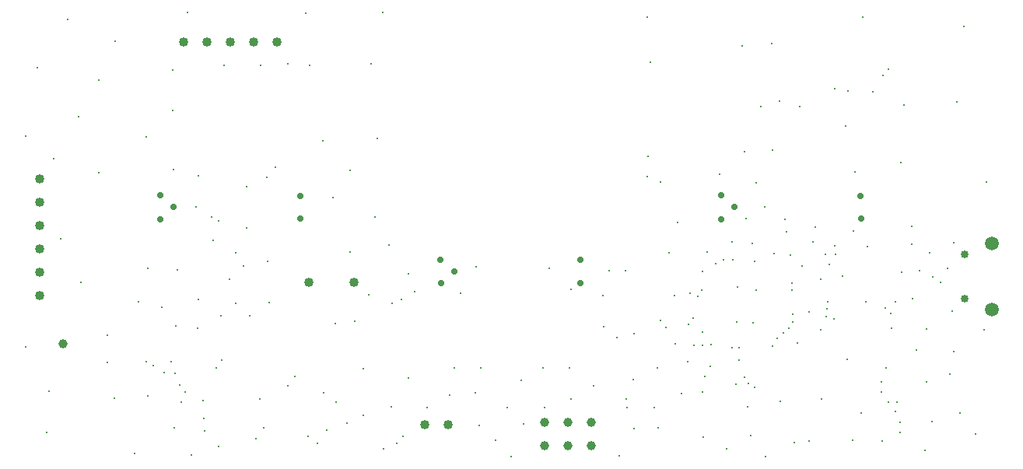
<source format=gbr>
%TF.GenerationSoftware,KiCad,Pcbnew,9.0.2*%
%TF.CreationDate,2025-07-03T15:48:32+01:00*%
%TF.ProjectId,FED3,46454433-2e6b-4696-9361-645f70636258,rev?*%
%TF.SameCoordinates,Original*%
%TF.FileFunction,Plated,1,4,PTH,Drill*%
%TF.FilePolarity,Positive*%
%FSLAX46Y46*%
G04 Gerber Fmt 4.6, Leading zero omitted, Abs format (unit mm)*
G04 Created by KiCad (PCBNEW 9.0.2) date 2025-07-03 15:48:32*
%MOMM*%
%LPD*%
G01*
G04 APERTURE LIST*
%TA.AperFunction,ViaDrill*%
%ADD10C,0.210000*%
%TD*%
%TA.AperFunction,ViaDrill*%
%ADD11C,0.300000*%
%TD*%
%TA.AperFunction,ComponentDrill*%
%ADD12C,0.700000*%
%TD*%
%TA.AperFunction,ComponentDrill*%
%ADD13C,0.850000*%
%TD*%
%TA.AperFunction,ComponentDrill*%
%ADD14C,1.000000*%
%TD*%
%TA.AperFunction,ComponentDrill*%
%ADD15C,1.016000*%
%TD*%
%TA.AperFunction,ComponentDrill*%
%ADD16C,1.500000*%
%TD*%
G04 APERTURE END LIST*
D10*
X95691100Y-94289600D03*
X95713900Y-117221400D03*
X97025000Y-86825000D03*
X97977100Y-126547600D03*
X98253900Y-122047400D03*
X98815300Y-96778800D03*
X99550000Y-105450000D03*
X100263100Y-81589600D03*
X101475000Y-92175000D03*
X101725000Y-110225000D03*
X103725000Y-88225000D03*
X103725000Y-98300000D03*
X104600000Y-118900000D03*
X104650000Y-116000000D03*
X105400000Y-122800000D03*
X105475000Y-83975000D03*
X107600000Y-128800000D03*
X108000000Y-112300000D03*
X108825000Y-94375000D03*
X108850000Y-118800000D03*
X109000000Y-108700000D03*
X109050000Y-122525000D03*
X109650000Y-119225000D03*
X110525000Y-112900000D03*
X110775000Y-120000000D03*
X111600000Y-118875000D03*
X111693100Y-87050600D03*
X111693100Y-91495600D03*
X111800000Y-97900000D03*
X111900000Y-126000000D03*
X111975000Y-120100000D03*
X112075000Y-114975000D03*
X112225000Y-108875000D03*
X112475000Y-121400000D03*
X112675000Y-123250000D03*
X113075000Y-122100000D03*
X113325000Y-80800000D03*
X113800000Y-129000000D03*
X114300000Y-102000000D03*
X114400000Y-115200000D03*
X114500000Y-98620000D03*
X114550000Y-112050000D03*
X115050000Y-123100000D03*
X115100000Y-125000000D03*
X115200000Y-126350000D03*
X115950000Y-103100000D03*
X116100000Y-105655000D03*
X116500000Y-119495000D03*
X116700000Y-103550000D03*
X116700000Y-128100000D03*
X117000000Y-113800000D03*
X117050000Y-118700000D03*
X117300000Y-86600000D03*
X117900000Y-109900000D03*
X118600000Y-107000000D03*
X118600000Y-112500000D03*
X119400000Y-108400000D03*
X119750000Y-99750000D03*
X119750000Y-104300000D03*
X120150000Y-113830000D03*
X120800000Y-127237500D03*
X121193750Y-122906250D03*
X121300000Y-86600000D03*
X121600000Y-126000000D03*
X122000000Y-98750000D03*
X122100000Y-107900000D03*
X122225000Y-112425000D03*
X122900000Y-97700000D03*
X124228175Y-121428176D03*
X124300000Y-86400000D03*
X125041765Y-120429854D03*
X126250000Y-80900000D03*
X126500000Y-127000000D03*
X126600000Y-86600000D03*
X127500000Y-127750000D03*
X128083100Y-94833000D03*
X128150000Y-122200000D03*
X128500000Y-126250000D03*
X129175000Y-100975000D03*
X129400000Y-114700000D03*
X129500000Y-123250000D03*
X130716405Y-125548435D03*
X131000000Y-98000000D03*
X131025000Y-106900000D03*
X131505030Y-114475628D03*
X132500000Y-119600000D03*
X132500000Y-124650000D03*
X133050000Y-111550000D03*
X133283100Y-86415600D03*
X133750000Y-103050000D03*
X134000000Y-94500000D03*
X134600000Y-80800000D03*
X134650000Y-128355000D03*
X135250000Y-106100000D03*
X135500000Y-123716000D03*
X135600000Y-112450000D03*
X136101000Y-127750000D03*
X136650000Y-112050000D03*
X136750000Y-127000000D03*
X137395300Y-109245800D03*
X137400000Y-120600000D03*
X138025000Y-111225000D03*
X139400000Y-123800000D03*
X141875000Y-122500000D03*
X142350000Y-119550000D03*
X143050000Y-111400000D03*
X144700000Y-122250000D03*
X144761300Y-108509200D03*
X145100000Y-125800000D03*
X145300000Y-119500000D03*
X148095100Y-123816200D03*
X148550000Y-129125000D03*
X149650000Y-120850000D03*
X149875000Y-125650000D03*
X152025000Y-119475000D03*
X152159100Y-123816200D03*
X152700000Y-108700000D03*
X154925000Y-119475000D03*
X155075000Y-122900000D03*
X157550000Y-121500000D03*
X158550000Y-111650000D03*
X159210000Y-108947500D03*
X160060000Y-116200000D03*
X160300000Y-129050000D03*
X161000000Y-108922500D03*
X161125000Y-122900000D03*
X161200000Y-123850000D03*
X161850000Y-120805000D03*
X161950000Y-126100000D03*
X161977136Y-115748717D03*
X163350000Y-98650000D03*
X163400000Y-81300000D03*
X163500000Y-96500000D03*
X163750000Y-86250000D03*
X164100000Y-123841600D03*
X164500000Y-119500000D03*
X164550000Y-126050000D03*
X164800000Y-99300000D03*
X164800000Y-114350000D03*
X165405000Y-115143717D03*
X165785000Y-106972500D03*
X166300000Y-111650000D03*
X166400000Y-116900000D03*
X166700000Y-103700000D03*
X167100000Y-122350000D03*
X167775000Y-118850000D03*
X167855300Y-114739000D03*
X168005000Y-111350000D03*
X168399824Y-114134000D03*
X168461636Y-117097000D03*
X168900000Y-111687500D03*
X169300000Y-111025000D03*
X169356276Y-117097000D03*
X169360000Y-108997500D03*
X169365000Y-115645000D03*
X169400000Y-122100000D03*
X169450000Y-127050000D03*
X169665300Y-120484700D03*
X169885000Y-106897500D03*
X170250000Y-119350000D03*
X170300000Y-117000000D03*
X170850000Y-108200000D03*
X171259900Y-98406000D03*
X171712500Y-107787500D03*
X172000000Y-128350000D03*
X172615854Y-117309459D03*
X172625000Y-105775000D03*
X172650000Y-107750000D03*
X173000000Y-121250000D03*
X173150000Y-114500000D03*
X173200000Y-110700000D03*
X173350000Y-118700000D03*
X173400000Y-117299813D03*
X173691900Y-84455400D03*
X173972880Y-120559319D03*
X174000000Y-96000000D03*
X174150000Y-103275000D03*
X174300000Y-123716000D03*
X174400000Y-121200000D03*
X174625000Y-126850000D03*
X174800000Y-106000000D03*
X174925000Y-114575000D03*
X175050000Y-121650000D03*
X175100000Y-107900000D03*
X175200000Y-99400000D03*
X175251800Y-111062165D03*
X175735500Y-91029400D03*
X176172000Y-102003600D03*
X176250000Y-129200000D03*
X176903900Y-84171400D03*
X177000000Y-117147512D03*
X177050000Y-95825000D03*
X177150000Y-107100000D03*
X177550000Y-116300000D03*
X177800000Y-90500000D03*
X177875000Y-123125000D03*
X178205779Y-115700000D03*
X178400000Y-103378000D03*
X178500000Y-104700000D03*
X178809985Y-115174790D03*
X178925000Y-107200000D03*
X179091310Y-111057219D03*
X179100448Y-110287271D03*
X179174262Y-114496407D03*
X179178408Y-113644953D03*
X179400000Y-127600000D03*
X179750000Y-116775000D03*
X179951900Y-91029400D03*
X180225000Y-108400000D03*
X181000000Y-113400000D03*
X181000000Y-127450000D03*
X181400000Y-105800000D03*
X181700000Y-104150000D03*
X182250000Y-109900000D03*
X182275000Y-115400000D03*
X182300000Y-122900000D03*
X182800000Y-107150000D03*
X182850000Y-113950000D03*
X182898234Y-113113248D03*
X183000000Y-112350000D03*
X183200000Y-108250000D03*
X183700000Y-114200000D03*
X183759600Y-89109600D03*
X183800000Y-106230000D03*
X183900000Y-107150000D03*
X184627690Y-109543265D03*
X184969500Y-93142200D03*
X185100000Y-118550000D03*
X185250000Y-89350000D03*
X185700000Y-127350000D03*
X185800000Y-104650000D03*
X185950000Y-98200000D03*
X186700000Y-124450000D03*
X186800000Y-81300000D03*
X187150000Y-112350000D03*
X187300000Y-106300000D03*
X187900000Y-89425000D03*
X188865168Y-121000000D03*
X188875000Y-122100000D03*
X188975000Y-127500000D03*
X189000000Y-87700000D03*
X189300000Y-113000000D03*
X189400000Y-119550000D03*
X189600000Y-87000000D03*
X189625000Y-123200000D03*
X189900000Y-113600000D03*
X189950000Y-115200000D03*
X190350000Y-124250000D03*
X190403067Y-112333007D03*
X190525000Y-123200000D03*
X190875000Y-126500000D03*
X190900000Y-125400000D03*
X191000000Y-97200000D03*
X191100000Y-109100000D03*
X191300000Y-90900000D03*
X192170000Y-106050000D03*
X192230000Y-111945000D03*
X192660000Y-117600000D03*
X193600000Y-128500000D03*
X193750000Y-115300000D03*
X193800000Y-121050000D03*
X194100000Y-107000000D03*
X194350000Y-125375000D03*
X194450000Y-109600000D03*
X195300000Y-110200000D03*
X196100000Y-108650000D03*
X196340000Y-120170000D03*
X196530000Y-113360000D03*
X196700000Y-105900000D03*
X196750000Y-117700000D03*
X197034500Y-90526000D03*
X197410000Y-124400000D03*
X197799100Y-82351600D03*
X199075000Y-126750000D03*
X200050000Y-115400000D03*
X200300000Y-99300000D03*
D11*
X146850000Y-127350000D03*
X155050000Y-111000000D03*
X158600000Y-115000000D03*
X192150000Y-104100000D03*
X193000000Y-108950000D03*
D12*
%TO.C,PI3*%
X110381100Y-100733600D03*
X110401100Y-103303600D03*
X111851100Y-102003600D03*
X125601100Y-100763600D03*
X125621100Y-103273600D03*
%TO.C,PI2*%
X140881100Y-107733600D03*
X140901100Y-110303600D03*
X142351100Y-109003600D03*
X156101100Y-107763600D03*
X156121100Y-110273600D03*
%TO.C,PI1*%
X171381100Y-100733600D03*
X171401100Y-103303600D03*
X172851100Y-102003600D03*
X186601100Y-100763600D03*
X186621100Y-103273600D03*
D13*
%TO.C,USB0*%
X197900000Y-107125000D03*
X197900000Y-111975000D03*
D14*
%TO.C,TP5*%
X99800000Y-116900000D03*
%TO.C,J1*%
X152175000Y-125475000D03*
X152175000Y-128015000D03*
X154715000Y-125475000D03*
X154715000Y-128015000D03*
X157255000Y-125475000D03*
X157255000Y-128015000D03*
D15*
%TO.C,SCREEN0*%
X97251100Y-98903600D03*
X97251100Y-101443600D03*
X97251100Y-103983600D03*
X97251100Y-106523600D03*
X97251100Y-109063600D03*
X97251100Y-111603600D03*
%TO.C,MOTOR0*%
X112921100Y-84003600D03*
X115461100Y-84003600D03*
X118001100Y-84003600D03*
X120541100Y-84003600D03*
X123081100Y-84003600D03*
%TO.C,BZ1*%
X126510000Y-110180000D03*
X131459200Y-110180000D03*
%TO.C,X5*%
X139154300Y-125736400D03*
X141694300Y-125736400D03*
D16*
%TO.C,USB0*%
X200900000Y-105950000D03*
X200900000Y-113150000D03*
M02*

</source>
